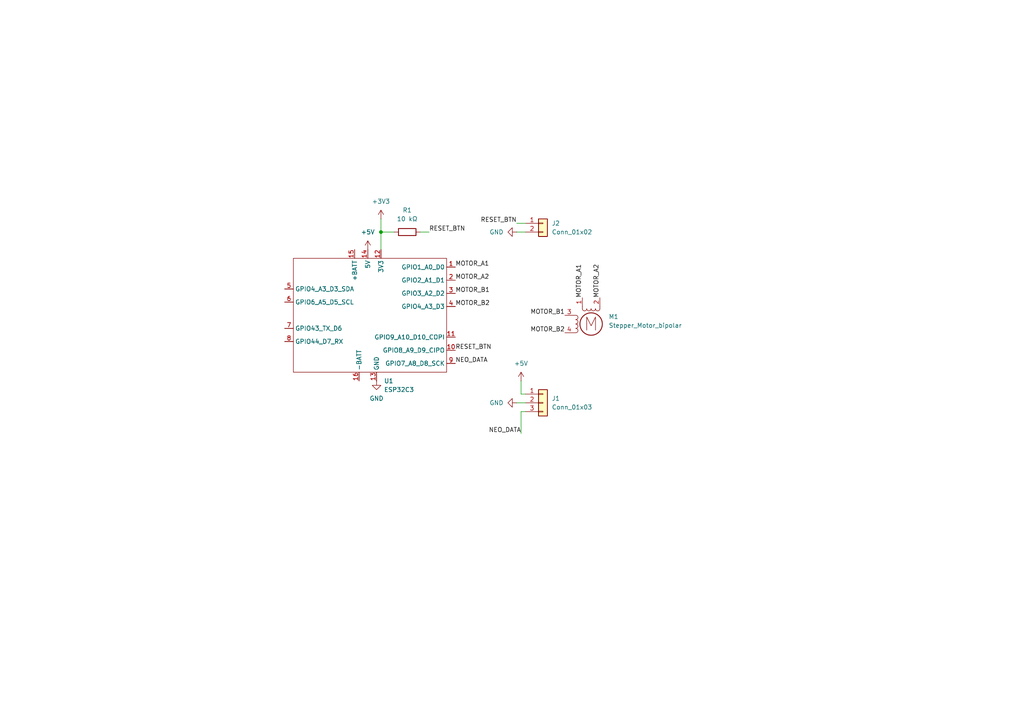
<source format=kicad_sch>
(kicad_sch (version 20250114) (generator "eeschema") (generator_version "9.0")
  (paper "A4")
  (lib_symbols
    (symbol "Connector_Generic:Conn_01x02" (pin_names (offset 1.016) (hide yes))
      (property "Reference" "J" (at 0 2.54 0))
      (property "Value" "Conn_01x02" (at 0 -5.08 0))
      (symbol "Conn_01x02_1_1"
        (rectangle (start -1.27 1.27) (end 1.27 -3.81) (stroke (width 0.254)) (fill (type background)))
        (rectangle (start -1.27 0.127) (end 0 -0.127) (stroke (width 0.1524)))
        (rectangle (start -1.27 -2.413) (end 0 -2.667) (stroke (width 0.1524)))
        (pin passive line (at -5.08 0 0) (length 3.81) (name "Pin_1") (number "1"))
        (pin passive line (at -5.08 -2.54 0) (length 3.81) (name "Pin_2") (number "2"))
      )
    )
    (symbol "Connector_Generic:Conn_01x03" (pin_names (offset 1.016) (hide yes))
      (property "Reference" "J" (at 0 5.08 0))
      (property "Value" "Conn_01x03" (at 0 -5.08 0))
      (symbol "Conn_01x03_1_1"
        (rectangle (start -1.27 3.81) (end 1.27 -3.81) (stroke (width 0.254)) (fill (type background)))
        (rectangle (start -1.27 2.667) (end 0 2.413) (stroke (width 0.1524)))
        (rectangle (start -1.27 0.127) (end 0 -0.127) (stroke (width 0.1524)))
        (rectangle (start -1.27 -2.413) (end 0 -2.667) (stroke (width 0.1524)))
        (pin passive line (at -5.08 2.54 0) (length 3.81) (name "Pin_1") (number "1"))
        (pin passive line (at -5.08 0 0) (length 3.81) (name "Pin_2") (number "2"))
        (pin passive line (at -5.08 -2.54 0) (length 3.81) (name "Pin_3") (number "3"))
      )
    )
    (symbol "Device:R" (pin_numbers (hide yes)) (pin_names (offset 0))
      (property "Reference" "R" (at 2.032 0 90))
      (property "Value" "R" (at 0 0 90))
      (symbol "R_0_1"
        (rectangle (start -1.016 -2.54) (end 1.016 2.54) (stroke (width 0.254)))
      )
      (symbol "R_1_1"
        (pin passive line (at 0 3.81 270) (length 1.27) (name "~") (number "1"))
        (pin passive line (at 0 -3.81 90) (length 1.27) (name "~") (number "2"))
      )
    )
    (symbol "GIX_ESP32:XIAO_ESP32"
      (property "Reference" "U" (at -19.812 18.288 0))
      (symbol "XIAO_ESP32_0_1"
        (polyline (pts (xy -21.59 16.51) (xy -21.59 -16.51) (xy 22.86 -16.51) (xy 22.86 16.51) (xy -21.59 16.51)))
      )
      (symbol "XIAO_ESP32_1_1"
        (pin bidirectional line (at -24.13 7.62 0) (length 2.54) (name "GPIO4_A3_D3_SDA") (number "5"))
        (pin bidirectional line (at -24.13 3.81 0) (length 2.54) (name "GPIO6_A5_D5_SCL") (number "6"))
        (pin bidirectional line (at -24.13 -3.81 0) (length 2.54) (name "GPIO43_TX_D6") (number "7"))
        (pin bidirectional line (at -24.13 -7.62 0) (length 2.54) (name "GPIO44_D7_RX") (number "8"))
        (pin bidirectional line (at -3.81 19.05 270) (length 2.54) (name "+BATT") (number "15"))
        (pin bidirectional line (at -2.54 -19.05 90) (length 2.54) (name "-BATT") (number "16"))
        (pin bidirectional line (at 0 19.05 270) (length 2.54) (name "5V") (number "14"))
        (pin bidirectional line (at 2.54 -19.05 90) (length 2.54) (name "GND") (number "13"))
        (pin bidirectional line (at 3.81 19.05 270) (length 2.54) (name "3V3") (number "12"))
        (pin bidirectional line (at 25.4 13.97 180) (length 2.54) (name "GPIO1_A0_D0") (number "1"))
        (pin bidirectional line (at 25.4 10.16 180) (length 2.54) (name "GPIO2_A1_D1") (number "2"))
        (pin bidirectional line (at 25.4 6.35 180) (length 2.54) (name "GPIO3_A2_D2") (number "3"))
        (pin bidirectional line (at 25.4 2.54 180) (length 2.54) (name "GPIO4_A3_D3") (number "4"))
        (pin bidirectional line (at 25.4 -6.35 180) (length 2.54) (name "GPIO9_A10_D10_COPI") (number "11"))
        (pin bidirectional line (at 25.4 -10.16 180) (length 2.54) (name "GPIO8_A9_D9_CIPO") (number "10"))
        (pin bidirectional line (at 25.4 -13.97 180) (length 2.54) (name "GPIO7_A8_D8_SCK") (number "9"))
      )
    )
    (symbol "Motor:Stepper_Motor_bipolar" (pin_names (offset 0) (hide yes))
      (property "Reference" "M" (at 3.81 2.54 0))
      (property "Value" "Stepper_Motor_bipolar" (at 3.81 1.27 0))
      (symbol "Stepper_Motor_bipolar_0_0"
        (polyline (pts (xy -1.27 -1.778) (xy -1.27 2.032) (xy 0 -0.508) (xy 1.27 2.032) (xy 1.27 -1.778)))
      )
      (symbol "Stepper_Motor_bipolar_0_1"
        (polyline (pts (xy -5.08 2.54) (xy -4.445 2.54)))
        (polyline (pts (xy -5.08 -2.54) (xy -4.445 -2.54)))
        (arc (start -4.445 2.54) (mid -3.8127 1.905) (end -4.445 1.27))
        (arc (start -4.445 1.27) (mid -3.8127 0.635) (end -4.445 0))
        (arc (start -4.445 0) (mid -3.8127 -0.635) (end -4.445 -1.27))
        (arc (start -4.445 -1.27) (mid -3.8127 -1.905) (end -4.445 -2.54))
        (polyline (pts (xy -2.54 5.08) (xy -2.54 4.445)))
        (arc (start -1.27 4.445) (mid -1.905 3.8127) (end -2.54 4.445))
        (arc (start 0 4.445) (mid -0.635 3.8127) (end -1.27 4.445))
        (circle (center 0 0) (radius 3.2512) (stroke (width 0.254)))
        (arc (start 1.27 4.445) (mid 0.635 3.8127) (end 0 4.445))
        (arc (start 2.54 4.445) (mid 1.905 3.8127) (end 1.27 4.445))
        (polyline (pts (xy 2.54 5.08) (xy 2.54 4.445)))
      )
      (symbol "Stepper_Motor_bipolar_1_1"
        (pin passive line (at -7.62 2.54 0) (length 2.54) (name "~") (number "3"))
        (pin passive line (at -7.62 -2.54 0) (length 2.54) (name "~") (number "4"))
        (pin passive line (at -2.54 7.62 270) (length 2.54) (name "~") (number "1"))
        (pin passive line (at 2.54 7.62 270) (length 2.54) (name "-") (number "2"))
      )
    )
    (symbol "power:+3V3" (power) (pin_numbers (hide yes)) (pin_names (offset 0) (hide yes))
      (property "Value" "+3V3" (at 0 3.556 0))
      (symbol "+3V3_0_1"
        (polyline (pts (xy -0.762 1.27) (xy 0 2.54)))
        (polyline (pts (xy 0 2.54) (xy 0.762 1.27)))
        (polyline (pts (xy 0 0) (xy 0 2.54)))
      )
      (symbol "+3V3_1_1"
        (pin power_in line (at 0 0 90) (length 0) (name "~") (number "1"))
      )
    )
    (symbol "power:+5V" (power) (pin_numbers (hide yes)) (pin_names (offset 0) (hide yes))
      (property "Value" "+5V" (at 0 3.556 0))
      (symbol "+5V_0_1"
        (polyline (pts (xy -0.762 1.27) (xy 0 2.54)))
        (polyline (pts (xy 0 2.54) (xy 0.762 1.27)))
        (polyline (pts (xy 0 0) (xy 0 2.54)))
      )
      (symbol "+5V_1_1"
        (pin power_in line (at 0 0 90) (length 0) (name "~") (number "1"))
      )
    )
    (symbol "power:GND" (power) (pin_numbers (hide yes)) (pin_names (offset 0) (hide yes))
      (property "Value" "GND" (at 0 -3.81 0))
      (symbol "GND_0_1"
        (polyline (pts (xy 0 0) (xy 0 -1.27) (xy 1.27 -1.27) (xy 0 -2.54) (xy -1.27 -1.27) (xy 0 -1.27)))
      )
      (symbol "GND_1_1"
        (pin power_in line (at 0 0 270) (length 0) (name "~") (number "1"))
      )
    )
  )
  (junction (at 110.49 67.31))
  (wire (pts (xy 121.92 67.31) (xy 124.46 67.31)))
  (wire (pts (xy 151.13 125.73) (xy 151.13 119.38)))
  (wire (pts (xy 149.86 116.84) (xy 152.4 116.84)))
  (wire (pts (xy 151.13 119.38) (xy 152.4 119.38)))
  (wire (pts (xy 110.49 67.31) (xy 110.49 72.39)))
  (wire (pts (xy 151.13 110.49) (xy 151.13 114.3)))
  (wire (pts (xy 149.86 67.31) (xy 152.4 67.31)))
  (wire (pts (xy 151.13 114.3) (xy 152.4 114.3)))
  (wire (pts (xy 149.86 64.77) (xy 152.4 64.77)))
  (wire (pts (xy 110.49 67.31) (xy 114.3 67.31)))
  (wire (pts (xy 110.49 63.5) (xy 110.49 67.31)))
  (label "MOTOR_B1" (at 132.08 85.09 0))
  (label "MOTOR_B2" (at 163.83 96.52 180))
  (label "NEO_DATA" (at 132.08 105.41 0))
  (label "MOTOR_A1" (at 168.91 86.36 90))
  (label "NEO_DATA" (at 151.13 125.73 180))
  (label "RESET_BTN" (at 149.86 64.77 180))
  (label "MOTOR_B1" (at 163.83 91.44 180))
  (label "MOTOR_B2" (at 132.08 88.9 0))
  (label "RESET_BTN" (at 124.46 67.31 0))
  (label "MOTOR_A2" (at 173.99 86.36 90))
  (label "MOTOR_A2" (at 132.08 81.28 0))
  (label "MOTOR_A1" (at 132.08 77.47 0))
  (label "RESET_BTN" (at 132.08 101.6 0))
  (symbol (lib_id "GIX_ESP32:XIAO_ESP32") (at 106.68 91.44 0) (unit 1)
    (property "Reference" "U1" (at 111.3633 110.49 0) (effects (justify left)))
    (property "Value" "ESP32C3" (at 111.3633 113.03 0) (effects (justify left)))
    (property "Footprint" "GIX_ESP32:XIAO_ESP32" (effects (hide yes)))
  )
  (symbol (lib_id "power:+5V") (at 106.68 72.39 0) (unit 1)
    (property "Reference" "#PWR02" (effects (hide yes)))
    (property "Value" "+5V" (at 106.68 67.31 0))
    (property "Description" "Power symbol creates a global label with name \"+5V\"" (effects (hide yes)))
  )
  (symbol (lib_id "power:GND") (at 149.86 116.84 270) (unit 1)
    (property "Reference" "#PWR012" (effects (hide yes)))
    (property "Value" "GND" (at 146.05 116.8399 90) (effects (justify right)))
    (property "Description" "Power symbol creates a global label with name \"GND\" , ground" (effects (hide yes)))
  )
  (symbol (lib_id "Connector_Generic:Conn_01x03") (at 157.48 116.84 0) (unit 1)
    (property "Reference" "J1" (at 160.02 115.5699 0) (effects (justify left)))
    (property "Value" "Conn_01x03" (at 160.02 118.1099 0) (effects (justify left)))
    (property "Footprint" "Connector_JST:JST_PH_B3B-PH-K_1x03_P2.00mm_Vertical" (effects (hide yes)))
    (property "Description" "Generic connector, single row, 01x03, script generated (kicad-library-utils/schlib/autogen/connector/)" (effects (hide yes)))
  )
  (symbol (lib_id "power:+3V3") (at 110.49 63.5 0) (unit 1)
    (property "Reference" "#PWR01" (effects (hide yes)))
    (property "Value" "+3V3" (at 110.49 58.42 0))
    (property "Description" "Power symbol creates a global label with name \"+3V3\"" (effects (hide yes)))
  )
  (symbol (lib_id "Device:R") (at 118.11 67.31 270) (unit 1)
    (property "Reference" "R1" (at 118.11 60.96 90))
    (property "Value" "10 kΩ" (at 118.11 63.5 90))
    (property "Footprint" "Resistor_SMD:R_0805_2012Metric_Pad1.20x1.40mm_HandSolder" (effects (hide yes)))
    (property "Description" "Resistor" (effects (hide yes)))
  )
  (symbol (lib_id "power:GND") (at 109.22 110.49 0) (unit 1)
    (property "Reference" "#PWR03" (effects (hide yes)))
    (property "Value" "GND" (at 109.22 115.57 0))
    (property "Description" "Power symbol creates a global label with name \"GND\" , ground" (effects (hide yes)))
  )
  (symbol (lib_id "power:+5V") (at 151.13 110.49 0) (unit 1)
    (property "Reference" "#PWR011" (effects (hide yes)))
    (property "Value" "+5V" (at 151.13 105.41 0))
    (property "Description" "Power symbol creates a global label with name \"+5V\"" (effects (hide yes)))
  )
  (symbol (lib_id "power:GND") (at 149.86 67.31 270) (unit 1)
    (property "Reference" "#PWR013" (effects (hide yes)))
    (property "Value" "GND" (at 146.05 67.3099 90) (effects (justify right)))
    (property "Description" "Power symbol creates a global label with name \"GND\" , ground" (effects (hide yes)))
  )
  (symbol (lib_id "Motor:Stepper_Motor_bipolar") (at 171.45 93.98 0) (unit 1)
    (property "Reference" "M1" (at 176.53 91.859 0) (effects (justify left)))
    (property "Value" "Stepper_Motor_bipolar" (at 176.53 94.399 0) (effects (justify left)))
    (property "Footprint" "x27_Footprint:x27_stepper_two_holes" (effects (hide yes)))
    (property "Datasheet" "http://www.infineon.com/dgdl/Application-Note-TLE8110EE_driving_UniPolarStepperMotor_V1.1.pdf?fileId=db3a30431be39b97011be5d0aa0a00b0" (effects (hide yes)))
    (property "Description" "4-wire bipolar stepper motor" (effects (hide yes)))
  )
  (symbol (lib_id "Connector_Generic:Conn_01x02") (at 157.48 64.77 0) (unit 1)
    (property "Reference" "J2" (at 160.02 64.7699 0) (effects (justify left)))
    (property "Value" "Conn_01x02" (at 160.02 67.3099 0) (effects (justify left)))
    (property "Footprint" "Connector_JST:JST_PH_B2B-PH-K_1x02_P2.00mm_Vertical" (effects (hide yes)))
    (property "Description" "Generic connector, single row, 01x02, script generated (kicad-library-utils/schlib/autogen/connector/)" (effects (hide yes)))
  )
)
</source>
